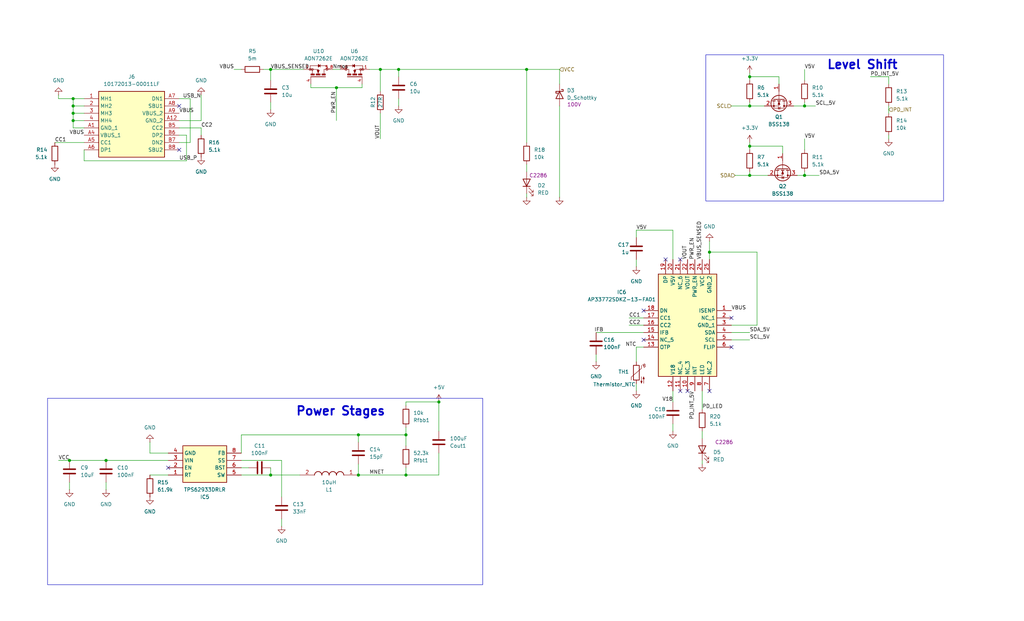
<source format=kicad_sch>
(kicad_sch (version 20250114) (generator "eeschema") (generator_version "9.0")
  (paper "USLegal")
  (title_block (title "RotoPD") (rev "V1.0") (company "CentyLab"))
  (lib_symbols
    (symbol "74439370100:74439370100" (pin_names (hide yes))
      (property "Reference" "L" (at 16.51 6.35 0))
      (property "Value" "74439370100" (at 16.51 3.81 0))
      (symbol "74439370100_1_1"
        (arc (start 5.08 0) (mid 6.35 1.219) (end 7.62 0) (stroke (width 0.254)))
        (arc (start 7.62 0) (mid 8.89 1.219) (end 10.16 0) (stroke (width 0.254)))
        (arc (start 10.16 0) (mid 11.43 1.219) (end 12.7 0) (stroke (width 0.254)))
        (arc (start 12.7 0) (mid 13.97 1.219) (end 15.24 0) (stroke (width 0.254)))
        (pin passive line (at 0 0 0) (length 5.08) (name "1") (number "1"))
        (pin passive line (at 20.32 0 180) (length 5.08) (name "2") (number "2"))
      )
    )
    (symbol "AP33772SDKZ-13-FA01:AP33772SDKZ-13-FA01"
      (property "Reference" "IC" (at 26.67 17.78 0))
      (property "Value" "AP33772SDKZ-13-FA01" (at 26.67 15.24 0))
      (symbol "AP33772SDKZ-13-FA01_1_1"
        (rectangle (start 5.08 12.7) (end 25.4 -22.86) (stroke (width 0.254)) (fill (type background)))
        (pin passive line (at 0 0 0) (length 5.08) (name "ISENP") (number "1"))
        (pin passive line (at 0 -2.54 0) (length 5.08) (name "NC_1") (number "2"))
        (pin passive line (at 0 -5.08 0) (length 5.08) (name "GND_1") (number "3"))
        (pin passive line (at 0 -7.62 0) (length 5.08) (name "SDA") (number "4"))
        (pin passive line (at 0 -10.16 0) (length 5.08) (name "SCL") (number "5"))
        (pin passive line (at 0 -12.7 0) (length 5.08) (name "FLIP") (number "6"))
        (pin passive line (at 7.62 17.78 270) (length 5.08) (name "GND_2") (number "25"))
        (pin passive line (at 7.62 -27.94 90) (length 5.08) (name "NC_2") (number "7"))
        (pin passive line (at 10.16 17.78 270) (length 5.08) (name "VCC") (number "24"))
        (pin passive line (at 10.16 -27.94 90) (length 5.08) (name "LED") (number "8"))
        (pin passive line (at 12.7 17.78 270) (length 5.08) (name "PWR_EN") (number "23"))
        (pin passive line (at 12.7 -27.94 90) (length 5.08) (name "INT") (number "9"))
        (pin passive line (at 15.24 17.78 270) (length 5.08) (name "VOUT") (number "22"))
        (pin passive line (at 15.24 -27.94 90) (length 5.08) (name "NC_3") (number "10"))
        (pin passive line (at 17.78 17.78 270) (length 5.08) (name "NC_6") (number "21"))
        (pin passive line (at 17.78 -27.94 90) (length 5.08) (name "NC_4") (number "11"))
        (pin passive line (at 20.32 17.78 270) (length 5.08) (name "V5V") (number "20"))
        (pin passive line (at 20.32 -27.94 90) (length 5.08) (name "V18") (number "12"))
        (pin passive line (at 22.86 17.78 270) (length 5.08) (name "DP") (number "19"))
        (pin passive line (at 30.48 0 180) (length 5.08) (name "DN") (number "18"))
        (pin passive line (at 30.48 -2.54 180) (length 5.08) (name "CC1") (number "17"))
        (pin passive line (at 30.48 -5.08 180) (length 5.08) (name "CC2") (number "16"))
        (pin passive line (at 30.48 -7.62 180) (length 5.08) (name "IFB") (number "15"))
        (pin passive line (at 30.48 -10.16 180) (length 5.08) (name "NC_5") (number "14"))
        (pin passive line (at 30.48 -12.7 180) (length 5.08) (name "OTP") (number "13"))
      )
    )
    (symbol "Device:C" (pin_numbers (hide yes)) (pin_names (offset 0.254))
      (property "Reference" "C" (at 0.635 2.54 0))
      (property "Value" "C" (at 0.635 -2.54 0))
      (symbol "C_0_1"
        (polyline (pts (xy -2.032 0.762) (xy 2.032 0.762)) (stroke (width 0.508)))
        (polyline (pts (xy -2.032 -0.762) (xy 2.032 -0.762)) (stroke (width 0.508)))
      )
      (symbol "C_1_1"
        (pin passive line (at 0 3.81 270) (length 2.794) (name "~") (number "1"))
        (pin passive line (at 0 -3.81 90) (length 2.794) (name "~") (number "2"))
      )
    )
    (symbol "Device:D_Schottky" (pin_numbers (hide yes)) (pin_names (offset 1.016) (hide yes))
      (property "Reference" "D" (at 0 2.54 0))
      (property "Value" "D_Schottky" (at 0 -2.54 0))
      (symbol "D_Schottky_0_1"
        (polyline (pts (xy -1.905 0.635) (xy -1.905 1.27) (xy -1.27 1.27) (xy -1.27 -1.27) (xy -0.635 -1.27) (xy -0.635 -0.635)) (stroke (width 0.254)))
        (polyline (pts (xy 1.27 1.27) (xy 1.27 -1.27) (xy -1.27 0) (xy 1.27 1.27)) (stroke (width 0.254)))
        (polyline (pts (xy 1.27 0) (xy -1.27 0)))
      )
      (symbol "D_Schottky_1_1"
        (pin passive line (at -3.81 0 0) (length 2.54) (name "K") (number "1"))
        (pin passive line (at 3.81 0 180) (length 2.54) (name "A") (number "2"))
      )
    )
    (symbol "Device:LED" (pin_numbers (hide yes)) (pin_names (offset 1.016) (hide yes))
      (property "Reference" "D" (at 0 2.54 0))
      (property "Value" "LED" (at 0 -2.54 0))
      (symbol "LED_0_1"
        (polyline (pts (xy -3.048 -0.762) (xy -4.572 -2.286) (xy -3.81 -2.286) (xy -4.572 -2.286) (xy -4.572 -1.524)))
        (polyline (pts (xy -1.778 -0.762) (xy -3.302 -2.286) (xy -2.54 -2.286) (xy -3.302 -2.286) (xy -3.302 -1.524)))
        (polyline (pts (xy -1.27 0) (xy 1.27 0)))
        (polyline (pts (xy -1.27 -1.27) (xy -1.27 1.27)) (stroke (width 0.254)))
        (polyline (pts (xy 1.27 -1.27) (xy 1.27 1.27) (xy -1.27 0) (xy 1.27 -1.27)) (stroke (width 0.254)))
      )
      (symbol "LED_1_1"
        (pin passive line (at -3.81 0 0) (length 2.54) (name "K") (number "1"))
        (pin passive line (at 3.81 0 180) (length 2.54) (name "A") (number "2"))
      )
    )
    (symbol "Device:R" (pin_numbers (hide yes)) (pin_names (offset 0))
      (property "Reference" "R" (at 2.032 0 90))
      (property "Value" "R" (at 0 0 90))
      (symbol "R_0_1"
        (rectangle (start -1.016 -2.54) (end 1.016 2.54) (stroke (width 0.254)))
      )
      (symbol "R_1_1"
        (pin passive line (at 0 3.81 270) (length 1.27) (name "~") (number "1"))
        (pin passive line (at 0 -3.81 90) (length 1.27) (name "~") (number "2"))
      )
    )
    (symbol "Device:Thermistor_NTC" (pin_numbers (hide yes)) (pin_names (offset 0))
      (property "Reference" "TH" (at -4.445 0 90))
      (property "Value" "Thermistor_NTC" (at 3.175 0 90))
      (symbol "Thermistor_NTC_0_1"
        (arc (start -3.175 2.413) (mid -3.0506 2.3165) (end -3.048 2.159))
        (arc (start -3.048 2.794) (mid -2.9736 2.9736) (end -2.794 3.048))
        (arc (start -2.794 3.048) (mid -2.6144 2.9736) (end -2.54 2.794))
        (arc (start -2.794 2.54) (mid -2.9736 2.6144) (end -3.048 2.794))
        (arc (start -2.794 1.905) (mid -2.9736 1.9794) (end -3.048 2.159))
        (arc (start -2.54 2.159) (mid -2.6144 1.9794) (end -2.794 1.905))
        (arc (start -2.159 2.794) (mid -2.434 2.5608) (end -2.794 2.54))
        (polyline (pts (xy -2.54 2.159) (xy -2.54 2.794)))
        (polyline (pts (xy -2.54 -3.683) (xy -2.54 -1.397) (xy -2.794 -2.159) (xy -2.286 -2.159) (xy -2.54 -1.397) (xy -2.54 -1.651)) (fill (type outline)))
        (polyline (pts (xy -1.778 2.54) (xy -1.778 1.524) (xy 1.778 -1.524) (xy 1.778 -2.54)))
        (polyline (pts (xy -1.778 -1.397) (xy -1.778 -3.683) (xy -2.032 -2.921) (xy -1.524 -2.921) (xy -1.778 -3.683) (xy -1.778 -3.429)) (fill (type outline)))
        (rectangle (start -1.016 2.54) (end 1.016 -2.54) (stroke (width 0.254)))
      )
      (symbol "Thermistor_NTC_1_1"
        (pin passive line (at 0 3.81 270) (length 1.27) (name "~") (number "1"))
        (pin passive line (at 0 -3.81 90) (length 1.27) (name "~") (number "2"))
      )
    )
    (symbol "ESD122DMYR:ESD122DMYR"
      (property "Reference" "D" (at 26.67 7.62 0))
      (property "Value" "ESD122DMYR" (at 26.67 5.08 0))
      (symbol "ESD122DMYR_1_1"
        (rectangle (start 5.08 2.54) (end 25.4 -5.08) (stroke (width 0.254)) (fill (type background)))
        (pin power_in line (at 0 0 0) (length 5.08) (name "GROUND") (number "1"))
        (pin input line (at 30.48 0 180) (length 5.08) (name "IO2") (number "3"))
        (pin input line (at 30.48 -2.54 180) (length 5.08) (name "IO1") (number "2"))
      )
    )
    (symbol "Power_Protection:TPD1E05U06DPY" (pin_names (offset 0) (hide yes))
      (property "Reference" "U" (at -2.54 3.175 0))
      (property "Value" "TPD1E05U06DPY" (at 1.27 3.175 0))
      (symbol "TPD1E05U06DPY_0_1"
        (rectangle (start -3.048 1.905) (end 3.048 -3.048) (stroke (width 0.254)) (fill (type background)))
        (polyline (pts (xy -2.54 -2.032) (xy -2.54 0)))
        (polyline (pts (xy -1.905 -2.032) (xy -0.635 -1.397) (xy -0.635 -2.667) (xy -1.905 -2.032)))
        (polyline (pts (xy -1.905 -2.667) (xy -1.905 -1.397)))
        (polyline (pts (xy -1.016 0) (xy -2.54 0)))
        (polyline (pts (xy -0.762 0.762) (xy -0.762 0.762)))
        (polyline (pts (xy -0.762 0) (xy 0.508 0.635) (xy 0.508 -0.635) (xy -0.762 0)))
        (polyline (pts (xy -0.762 -0.762) (xy -0.762 0.762)))
        (polyline (pts (xy -0.635 -2.032) (xy -2.54 -2.032)))
        (polyline (pts (xy -0.635 -2.032) (xy 0.635 -2.032)))
        (polyline (pts (xy -0.381 0.762) (xy -0.762 0.762)))
        (circle (center 0 -2.032) (radius 0.2032) (fill (type outline)))
        (polyline (pts (xy 0 -2.54) (xy 0 -2.032)))
        (polyline (pts (xy 0.762 -2.032) (xy 2.032 -1.397) (xy 2.032 -2.667) (xy 0.762 -2.032)))
        (polyline (pts (xy 0.762 -2.667) (xy 0.762 -1.397)))
        (polyline (pts (xy 0.889 0) (xy -1.016 0)))
        (polyline (pts (xy 0.889 0) (xy -1.016 0)))
        (polyline (pts (xy 0.889 0) (xy 2.54 0)))
        (circle (center 2.54 0) (radius 0.2032) (fill (type outline)))
        (polyline (pts (xy 2.54 -2.032) (xy 0.635 -2.032)))
        (polyline (pts (xy 2.54 -2.032) (xy 0.635 -2.032)))
        (polyline (pts (xy 2.54 -2.032) (xy 2.54 0)))
      )
      (symbol "TPD1E05U06DPY_1_1"
        (pin passive line (at 0 -5.08 90) (length 2.54) (name "I/O") (number "1"))
        (pin power_in line (at 5.08 0 180) (length 2.54) (name "GND") (number "2"))
      )
    )
    (symbol "Power_Protection:TVS2200DRV" (pin_names (offset 0) (hide yes))
      (property "Reference" "U" (at 2.54 1.27 0))
      (property "Value" "TVS2200DRV" (at 2.54 -1.27 0))
      (symbol "TVS2200DRV_0_0"
        (rectangle (start -11.43 2.54) (end -5.08 -2.54))
        (polyline (pts (xy -8.255 2.54) (xy -8.255 3.81) (xy 0 3.81)))
        (polyline (pts (xy -8.255 -2.54) (xy -8.255 -3.81) (xy 0 -3.81)))
        (polyline (pts (xy 0 1.27) (xy -1.778 1.27)))
        (text "Det &" (at -8.255 0.635 0) (effects (font (size 1.27 1.27))))
        (text "Drv" (at -8.255 -1.27 0) (effects (font (size 1.27 1.27))))
      )
      (symbol "TVS2200DRV_0_1"
        (rectangle (start -12.065 5.08) (end 2.54 -5.08) (stroke (width 0.254)) (fill (type background)))
        (polyline (pts (xy -2.286 1.397) (xy -2.286 -1.524)) (stroke (width 0.254)))
        (polyline (pts (xy -2.286 0) (xy -5.08 0)))
        (polyline (pts (xy -1.778 1.778) (xy -1.778 -1.778)) (stroke (width 0.254)))
        (circle (center -0.889 0) (radius 2.794) (stroke (width 0.254)))
        (polyline (pts (xy -0.127 -1.27) (xy -1.143 -1.651) (xy -1.143 -0.889) (xy -0.127 -1.27)) (fill (type outline)))
        (polyline (pts (xy 0 5.08) (xy 0 2.54)))
        (polyline (pts (xy 0 2.54) (xy 0 1.27)))
        (polyline (pts (xy 0 -2.54) (xy 0 -5.08)))
        (polyline (pts (xy 0 -2.54) (xy 0 -1.27) (xy -1.778 -1.27)))
      )
      (symbol "TVS2200DRV_1_1"
        (pin passive line (at 0 7.62 270) (length 2.54) (name "IN") (number "4"))
        (pin passive line (at 0 7.62 270) (length 2.54) (hide yes) (name "IN") (number "5"))
        (pin passive line (at 0 7.62 270) (length 2.54) (hide yes) (name "IN") (number "6"))
        (pin power_in line (at 0 -7.62 90) (length 2.54) (name "GND") (number "1"))
        (pin passive line (at 0 -7.62 90) (length 2.54) (hide yes) (name "GND") (number "2"))
        (pin passive line (at 0 -7.62 90) (length 2.54) (hide yes) (name "GND") (number "3"))
        (pin passive line (at 0 -7.62 90) (length 2.54) (hide yes) (name "GND") (number "7"))
      )
    )
    (symbol "TPS62933DRLR:TPS62933DRLR"
      (property "Reference" "IC" (at 21.59 7.62 0))
      (property "Value" "TPS62933DRLR" (at 21.59 5.08 0))
      (symbol "TPS62933DRLR_1_1"
        (rectangle (start 5.08 2.54) (end 20.32 -10.16) (stroke (width 0.254)) (fill (type background)))
        (pin passive line (at 0 0 0) (length 5.08) (name "RT") (number "1"))
        (pin passive line (at 0 -2.54 0) (length 5.08) (name "EN") (number "2"))
        (pin passive line (at 0 -5.08 0) (length 5.08) (name "VIN") (number "3"))
        (pin passive line (at 0 -7.62 0) (length 5.08) (name "GND") (number "4"))
        (pin passive line (at 25.4 0 180) (length 5.08) (name "SW") (number "5"))
        (pin passive line (at 25.4 -2.54 180) (length 5.08) (name "BST") (number "6"))
        (pin passive line (at 25.4 -5.08 180) (length 5.08) (name "SS") (number "7"))
        (pin passive line (at 25.4 -7.62 180) (length 5.08) (name "FB") (number "8"))
      )
    )
    (symbol "Transistor_FET:BSS138" (pin_names (hide yes))
      (property "Reference" "Q" (at 5.08 1.905 0))
      (property "Value" "BSS138" (at 5.08 0 0))
      (symbol "BSS138_0_1"
        (polyline (pts (xy 0.254 1.905) (xy 0.254 -1.905)) (stroke (width 0.254)))
        (polyline (pts (xy 0.254 0) (xy -2.54 0)))
        (polyline (pts (xy 0.762 2.286) (xy 0.762 1.27)) (stroke (width 0.254)))
        (polyline (pts (xy 0.762 0.508) (xy 0.762 -0.508)) (stroke (width 0.254)))
        (polyline (pts (xy 0.762 -1.27) (xy 0.762 -2.286)) (stroke (width 0.254)))
        (polyline (pts (xy 0.762 -1.778) (xy 3.302 -1.778) (xy 3.302 1.778) (xy 0.762 1.778)))
        (polyline (pts (xy 1.016 0) (xy 2.032 0.381) (xy 2.032 -0.381) (xy 1.016 0)) (fill (type outline)))
        (circle (center 1.651 0) (radius 2.794) (stroke (width 0.254)))
        (polyline (pts (xy 2.54 2.54) (xy 2.54 1.778)))
        (circle (center 2.54 1.778) (radius 0.254) (fill (type outline)))
        (circle (center 2.54 -1.778) (radius 0.254) (fill (type outline)))
        (polyline (pts (xy 2.54 -2.54) (xy 2.54 0) (xy 0.762 0)))
        (polyline (pts (xy 2.794 0.508) (xy 2.921 0.381) (xy 3.683 0.381) (xy 3.81 0.254)))
        (polyline (pts (xy 3.302 0.381) (xy 2.921 -0.254) (xy 3.683 -0.254) (xy 3.302 0.381)))
      )
      (symbol "BSS138_1_1"
        (pin input line (at -5.08 0 0) (length 2.54) (name "G") (number "1"))
        (pin passive line (at 2.54 5.08 270) (length 2.54) (name "D") (number "3"))
        (pin passive line (at 2.54 -5.08 90) (length 2.54) (name "S") (number "2"))
      )
    )
    (symbol "Transistor_MOSFET:AON7262E"
      (property "Reference" "U" (at -3.048 4.572 0))
      (property "Value" "AON7262E" (at -1.016 -6.858 0))
      (symbol "AON7262E_0_0"
        (polyline (pts (xy -2.54 2.54) (xy -2.54 -2.54)) (stroke (width 0.254)))
        (rectangle (start -2.032 2.54) (end -1.524 1.27) (stroke (width 0.1)) (fill (type outline)))
        (rectangle (start -2.032 -0.762) (end -1.524 0.762) (stroke (width 0.1)) (fill (type outline)))
        (rectangle (start -2.032 -2.54) (end -1.524 -1.27) (stroke (width 0.1)) (fill (type outline)))
        (polyline (pts (xy -1.524 2.032) (xy 0 2.032)) (stroke (width 0.1524)))
        (polyline (pts (xy -1.524 0) (xy -1.27 0)) (stroke (width 0.1524)))
        (polyline (pts (xy -1.524 -2.032) (xy 0 -2.032)) (stroke (width 0.1524)))
        (polyline (pts (xy -1.27 0) (xy -1.016 0)) (stroke (width 0.1524)))
        (polyline (pts (xy -1.27 0) (xy -0.254 0.381)) (stroke (width 0.1524)))
        (polyline (pts (xy -1.016 0) (xy -0.889 0)) (stroke (width 0.1524)))
        (polyline (pts (xy -1.016 0) (xy -0.381 -0.254)) (stroke (width 0.254)))
        (polyline (pts (xy -0.889 0) (xy 0 0)) (stroke (width 0.1524)))
        (polyline (pts (xy -0.381 0.254) (xy -0.889 0)) (stroke (width 0.254)))
        (polyline (pts (xy -0.381 -0.254) (xy -0.381 0.254)) (stroke (width 0.254)))
        (polyline (pts (xy -0.254 0.381) (xy -0.254 -0.381)) (stroke (width 0.1524)))
        (polyline (pts (xy -0.254 -0.381) (xy -1.27 0)) (stroke (width 0.1524)))
        (circle (center 0 3.048) (radius 0.3592))
        (polyline (pts (xy 0 3.048) (xy 1.27 3.048)) (stroke (width 0.1524)))
        (polyline (pts (xy 0 2.032) (xy 0 2.54)) (stroke (width 0.1524)))
        (polyline (pts (xy 0 0) (xy 0 -2.032)) (stroke (width 0.1524)))
        (polyline (pts (xy 0 -2.032) (xy 0 -2.794)) (stroke (width 0.1524)))
        (circle (center 0 -2.032) (radius 0.3592))
        (circle (center 0 -2.794) (radius 0.3592))
        (polyline (pts (xy 0.762 0) (xy 1.27 0.762)) (stroke (width 0.1524)))
        (polyline (pts (xy 1.016 0.127) (xy 1.524 0.127)) (stroke (width 0.254)))
        (polyline (pts (xy 1.27 3.048) (xy 1.27 0.762)) (stroke (width 0.1524)))
        (polyline (pts (xy 1.27 0.762) (xy 1.27 0.508)) (stroke (width 0.1524)))
        (polyline (pts (xy 1.27 0.762) (xy 1.778 0)) (stroke (width 0.1524)))
        (polyline (pts (xy 1.27 0.508) (xy 1.016 0.127)) (stroke (width 0.254)))
        (polyline (pts (xy 1.27 0.508) (xy 1.27 -2.794)) (stroke (width 0.1524)))
        (polyline (pts (xy 1.27 -2.794) (xy 0 -2.794)) (stroke (width 0.1524)))
        (polyline (pts (xy 1.524 0.127) (xy 1.27 0.508)) (stroke (width 0.254)))
        (polyline (pts (xy 1.778 0.762) (xy 0.762 0.762)) (stroke (width 0.1524)))
        (polyline (pts (xy 1.778 0) (xy 0.762 0)) (stroke (width 0.1524)))
      )
      (symbol "AON7262E_1_0"
        (pin passive line (at -5.08 -2.54 0) (length 2.54) (name "~") (number "4"))
        (pin passive line (at 0 5.08 270) (length 2.54) (name "~") (number "5_8"))
        (pin passive line (at 0 -5.08 90) (length 2.54) (name "~") (number "1"))
        (pin passive line (at 0 -5.08 90) (length 2.54) (hide yes) (name "~") (number "2"))
        (pin passive line (at 0 -5.08 90) (length 2.54) (hide yes) (name "~") (number "3"))
      )
    )
    (symbol "USB_C_16P:10172013-00011LF"
      (property "Reference" "J" (at 29.21 7.62 0))
      (property "Value" "10172013-00011LF" (at 29.21 5.08 0))
      (symbol "10172013-00011LF_1_1"
        (rectangle (start 5.08 2.54) (end 27.94 -20.32) (stroke (width 0.254)) (fill (type background)))
        (pin passive line (at 0 0 0) (length 5.08) (name "MH1") (number "1"))
        (pin passive line (at 0 -2.54 0) (length 5.08) (name "MH2") (number "2"))
        (pin passive line (at 0 -5.08 0) (length 5.08) (name "MH3") (number "3"))
        (pin passive line (at 0 -7.62 0) (length 5.08) (name "MH4") (number "4"))
        (pin passive line (at 0 -10.16 0) (length 5.08) (name "GND_1") (number "A1"))
        (pin passive line (at 0 -12.7 0) (length 5.08) (name "VBUS_1") (number "A4"))
        (pin passive line (at 0 -15.24 0) (length 5.08) (name "CC1") (number "A5"))
        (pin passive line (at 0 -17.78 0) (length 5.08) (name "DP1") (number "A6"))
        (pin passive line (at 33.02 0 180) (length 5.08) (name "DN1") (number "A7"))
        (pin passive line (at 33.02 -2.54 180) (length 5.08) (name "SBU1") (number "A8"))
        (pin passive line (at 33.02 -5.08 180) (length 5.08) (name "VBUS_2") (number "A9"))
        (pin passive line (at 33.02 -7.62 180) (length 5.08) (name "GND_2") (number "A12"))
        (pin passive line (at 33.02 -10.16 180) (length 5.08) (name "CC2") (number "B5"))
        (pin passive line (at 33.02 -12.7 180) (length 5.08) (name "DP2") (number "B6"))
        (pin passive line (at 33.02 -15.24 180) (length 5.08) (name "DN2") (number "B7"))
        (pin passive line (at 33.02 -17.78 180) (length 5.08) (name "SBU2") (number "B8"))
      )
    )
    (symbol "power:+3.3V" (power) (pin_numbers (hide yes)) (pin_names (offset 0) (hide yes))
      (property "Value" "+3.3V" (at 0 3.556 0))
      (symbol "+3.3V_0_1"
        (polyline (pts (xy -0.762 1.27) (xy 0 2.54)))
        (polyline (pts (xy 0 2.54) (xy 0.762 1.27)))
        (polyline (pts (xy 0 0) (xy 0 2.54)))
      )
      (symbol "+3.3V_1_1"
        (pin power_in line (at 0 0 90) (length 0) (name "~") (number "1"))
      )
    )
    (symbol "power:+5V" (power) (pin_numbers (hide yes)) (pin_names (offset 0) (hide yes))
      (property "Value" "+5V" (at 0 3.556 0))
      (symbol "+5V_0_1"
        (polyline (pts (xy -0.762 1.27) (xy 0 2.54)))
        (polyline (pts (xy 0 2.54) (xy 0.762 1.27)))
        (polyline (pts (xy 0 0) (xy 0 2.54)))
      )
      (symbol "+5V_1_1"
        (pin power_in line (at 0 0 90) (length 0) (name "~") (number "1"))
      )
    )
    (symbol "power:GND" (power) (pin_numbers (hide yes)) (pin_names (offset 0) (hide yes))
      (property "Value" "GND" (at 0 -3.81 0))
      (symbol "GND_0_1"
        (polyline (pts (xy 0 0) (xy 0 -1.27) (xy 1.27 -1.27) (xy 0 -2.54) (xy -1.27 -1.27) (xy 0 -1.27)))
      )
      (symbol "GND_1_1"
        (pin power_in line (at 0 0 270) (length 0) (name "~") (number "1"))
      )
    )
  )
  (rectangle (start 16.51 138.43) (end 167.64 203.2))
  (rectangle (start 245.11 19.05) (end 327.66 69.85))
  (text "Power Stages" (at 102.616 144.78 0) (effects (font (size 3 3) (thickness 0.6) (bold yes)) (justify left bottom)))
  (text "Level Shift" (at 287.02 24.384 0) (effects (font (size 3 3) (thickness 0.6) (bold yes)) (justify left bottom)))
  (junction (at 132.08 24.13))
  (junction (at 25.4 39.37))
  (junction (at 124.46 165.1))
  (junction (at 116.84 30.48))
  (junction (at 25.4 34.29))
  (junction (at 140.97 165.1))
  (junction (at 182.88 24.13))
  (junction (at 260.35 50.8))
  (junction (at 279.4 60.96))
  (junction (at 25.4 41.91))
  (junction (at 25.4 36.83))
  (junction (at 260.35 26.67))
  (junction (at 260.35 36.83))
  (junction (at 124.46 151.13))
  (junction (at 138.43 24.13))
  (junction (at 140.97 151.13))
  (junction (at 246.38 87.63))
  (junction (at 260.35 60.96))
  (junction (at 93.98 165.1))
  (junction (at 24.13 160.02))
  (junction (at 36.83 160.02))
  (junction (at 152.4 139.7))
  (junction (at 279.4 36.83))
  (junction (at 93.98 24.13))
  (no_connect (at 254 110.49))
  (no_connect (at 62.23 52.07))
  (no_connect (at 62.23 36.83))
  (no_connect (at 254 120.65))
  (no_connect (at 246.38 135.89))
  (no_connect (at 223.52 107.95))
  (no_connect (at 236.22 90.17))
  (no_connect (at 58.42 162.56))
  (no_connect (at 223.52 118.11))
  (no_connect (at 231.14 90.17))
  (no_connect (at 238.76 135.89))
  (no_connect (at 236.22 135.89))
  (wire (pts (xy 83.82 151.13) (xy 83.82 157.48)))
  (wire (pts (xy 24.13 160.02) (xy 36.83 160.02)))
  (wire (pts (xy 69.85 41.91) (xy 69.85 33.02)))
  (wire (pts (xy 260.35 26.67) (xy 260.35 27.94)))
  (wire (pts (xy 29.21 44.45) (xy 25.4 44.45)))
  (wire (pts (xy 66.04 49.53) (xy 66.04 34.29)))
  (wire (pts (xy 69.85 44.45) (xy 69.85 46.99)))
  (wire (pts (xy 308.61 29.21) (xy 308.61 26.67)))
  (wire (pts (xy 308.61 36.83) (xy 308.61 39.37)))
  (wire (pts (xy 20.32 34.29) (xy 25.4 34.29)))
  (wire (pts (xy 128.27 24.13) (xy 132.08 24.13)))
  (wire (pts (xy 275.59 36.83) (xy 279.4 36.83)))
  (wire (pts (xy 255.27 60.96) (xy 260.35 60.96)))
  (wire (pts (xy 93.98 24.13) (xy 105.41 24.13)))
  (wire (pts (xy 276.86 60.96) (xy 279.4 60.96)))
  (wire (pts (xy 302.26 26.67) (xy 308.61 26.67)))
  (wire (pts (xy 83.82 160.02) (xy 97.79 160.02)))
  (wire (pts (xy 279.4 48.26) (xy 279.4 52.07)))
  (wire (pts (xy 140.97 148.59) (xy 140.97 151.13)))
  (wire (pts (xy 25.4 41.91) (xy 25.4 39.37)))
  (wire (pts (xy 233.68 147.32) (xy 233.68 149.86)))
  (wire (pts (xy 64.77 55.88) (xy 64.77 46.99)))
  (wire (pts (xy 25.4 34.29) (xy 29.21 34.29)))
  (wire (pts (xy 260.35 59.69) (xy 260.35 60.96)))
  (wire (pts (xy 29.21 52.07) (xy 29.21 55.88)))
  (wire (pts (xy 93.98 27.94) (xy 93.98 24.13)))
  (wire (pts (xy 25.4 36.83) (xy 25.4 34.29)))
  (wire (pts (xy 152.4 139.7) (xy 152.4 149.86)))
  (wire (pts (xy 124.46 151.13) (xy 140.97 151.13)))
  (wire (pts (xy 58.42 157.48) (xy 52.07 157.48)))
  (wire (pts (xy 243.84 135.89) (xy 243.84 142.24)))
  (wire (pts (xy 62.23 44.45) (xy 69.85 44.45)))
  (wire (pts (xy 243.84 160.02) (xy 243.84 161.29)))
  (wire (pts (xy 260.35 36.83) (xy 265.43 36.83)))
  (wire (pts (xy 124.46 165.1) (xy 140.97 165.1)))
  (wire (pts (xy 124.46 153.67) (xy 124.46 151.13)))
  (wire (pts (xy 64.77 46.99) (xy 62.23 46.99)))
  (wire (pts (xy 279.4 60.96) (xy 284.48 60.96)))
  (wire (pts (xy 62.23 49.53) (xy 66.04 49.53)))
  (wire (pts (xy 20.32 33.02) (xy 20.32 34.29)))
  (wire (pts (xy 246.38 83.82) (xy 246.38 87.63)))
  (wire (pts (xy 243.84 149.86) (xy 243.84 152.4)))
  (wire (pts (xy 25.4 39.37) (xy 29.21 39.37)))
  (wire (pts (xy 262.89 87.63) (xy 246.38 87.63)))
  (wire (pts (xy 220.98 133.35) (xy 220.98 135.89)))
  (wire (pts (xy 308.61 46.99) (xy 308.61 48.26)))
  (wire (pts (xy 93.98 162.56) (xy 93.98 165.1)))
  (wire (pts (xy 25.4 44.45) (xy 25.4 41.91)))
  (wire (pts (xy 254 113.03) (xy 262.89 113.03)))
  (wire (pts (xy 260.35 50.8) (xy 260.35 52.07)))
  (wire (pts (xy 233.68 135.89) (xy 233.68 139.7)))
  (wire (pts (xy 194.31 36.83) (xy 194.31 68.58)))
  (wire (pts (xy 279.4 24.13) (xy 279.4 27.94)))
  (wire (pts (xy 233.68 80.01) (xy 220.98 80.01)))
  (wire (pts (xy 24.13 170.18) (xy 24.13 167.64)))
  (wire (pts (xy 260.35 60.96) (xy 266.7 60.96)))
  (wire (pts (xy 19.05 49.53) (xy 29.21 49.53)))
  (wire (pts (xy 138.43 24.13) (xy 182.88 24.13)))
  (wire (pts (xy 220.98 120.65) (xy 220.98 125.73)))
  (wire (pts (xy 182.88 67.31) (xy 182.88 68.58)))
  (wire (pts (xy 132.08 24.13) (xy 138.43 24.13)))
  (wire (pts (xy 182.88 24.13) (xy 182.88 49.53)))
  (wire (pts (xy 138.43 26.67) (xy 138.43 24.13)))
  (wire (pts (xy 115.57 24.13) (xy 118.11 24.13)))
  (wire (pts (xy 36.83 160.02) (xy 58.42 160.02)))
  (wire (pts (xy 279.4 36.83) (xy 279.4 35.56)))
  (wire (pts (xy 260.35 36.83) (xy 260.35 35.56)))
  (wire (pts (xy 207.01 123.19) (xy 207.01 125.73)))
  (wire (pts (xy 124.46 165.1) (xy 124.46 161.29)))
  (wire (pts (xy 254 36.83) (xy 260.35 36.83)))
  (wire (pts (xy 220.98 82.55) (xy 220.98 80.01)))
  (wire (pts (xy 93.98 165.1) (xy 104.14 165.1)))
  (wire (pts (xy 116.84 30.48) (xy 116.84 41.91)))
  (wire (pts (xy 233.68 90.17) (xy 233.68 80.01)))
  (wire (pts (xy 254 118.11) (xy 260.35 118.11)))
  (wire (pts (xy 25.4 39.37) (xy 25.4 36.83)))
  (wire (pts (xy 260.35 25.4) (xy 260.35 26.67)))
  (wire (pts (xy 140.97 162.56) (xy 140.97 165.1)))
  (wire (pts (xy 62.23 34.29) (xy 66.04 34.29)))
  (wire (pts (xy 260.35 49.53) (xy 260.35 50.8)))
  (wire (pts (xy 62.23 41.91) (xy 69.85 41.91)))
  (wire (pts (xy 29.21 55.88) (xy 64.77 55.88)))
  (wire (pts (xy 254 115.57) (xy 260.35 115.57)))
  (wire (pts (xy 116.84 30.48) (xy 125.73 30.48)))
  (wire (pts (xy 52.07 157.48) (xy 52.07 153.67)))
  (wire (pts (xy 97.79 160.02) (xy 97.79 172.72)))
  (wire (pts (xy 107.95 30.48) (xy 116.84 30.48)))
  (wire (pts (xy 140.97 151.13) (xy 140.97 154.94)))
  (wire (pts (xy 220.98 90.17) (xy 220.98 92.71)))
  (wire (pts (xy 279.4 59.69) (xy 279.4 60.96)))
  (wire (pts (xy 270.51 26.67) (xy 270.51 29.21)))
  (wire (pts (xy 91.44 24.13) (xy 93.98 24.13)))
  (wire (pts (xy 20.32 160.02) (xy 24.13 160.02)))
  (wire (pts (xy 107.95 30.48) (xy 107.95 29.21)))
  (wire (pts (xy 152.4 165.1) (xy 152.4 157.48)))
  (wire (pts (xy 132.08 39.37) (xy 132.08 48.26)))
  (wire (pts (xy 83.82 162.56) (xy 86.36 162.56)))
  (wire (pts (xy 271.78 50.8) (xy 271.78 53.34)))
  (wire (pts (xy 93.98 35.56) (xy 93.98 38.1)))
  (wire (pts (xy 223.52 120.65) (xy 220.98 120.65)))
  (wire (pts (xy 279.4 36.83) (xy 283.21 36.83)))
  (wire (pts (xy 52.07 165.1) (xy 58.42 165.1)))
  (wire (pts (xy 260.35 50.8) (xy 271.78 50.8)))
  (wire (pts (xy 207.01 115.57) (xy 223.52 115.57)))
  (wire (pts (xy 152.4 139.7) (xy 140.97 139.7)))
  (wire (pts (xy 124.46 151.13) (xy 83.82 151.13)))
  (wire (pts (xy 97.79 182.88) (xy 97.79 180.34)))
  (wire (pts (xy 218.44 113.03) (xy 223.52 113.03)))
  (wire (pts (xy 140.97 165.1) (xy 152.4 165.1)))
  (wire (pts (xy 246.38 87.63) (xy 246.38 90.17)))
  (wire (pts (xy 132.08 24.13) (xy 132.08 31.75)))
  (wire (pts (xy 36.83 167.64) (xy 36.83 170.18)))
  (wire (pts (xy 194.31 24.13) (xy 194.31 29.21)))
  (wire (pts (xy 260.35 26.67) (xy 270.51 26.67)))
  (wire (pts (xy 81.28 24.13) (xy 83.82 24.13)))
  (wire (pts (xy 182.88 57.15) (xy 182.88 59.69)))
  (wire (pts (xy 218.44 110.49) (xy 223.52 110.49)))
  (wire (pts (xy 140.97 139.7) (xy 140.97 140.97)))
  (wire (pts (xy 182.88 24.13) (xy 194.31 24.13)))
  (wire (pts (xy 93.98 165.1) (xy 83.82 165.1)))
  (wire (pts (xy 25.4 41.91) (xy 29.21 41.91)))
  (wire (pts (xy 262.89 113.03) (xy 262.89 87.63)))
  (wire (pts (xy 25.4 36.83) (xy 29.21 36.83)))
  (wire (pts (xy 138.43 34.29) (xy 138.43 36.83)))
  (wire (pts (xy 125.73 30.48) (xy 125.73 29.21)))
  (label "NTC" (at 220.98 120.65 180))
  (label "CC1" (at 218.44 110.49 0))
  (label "USB_P" (at 62.23 55.88 0))
  (label "SDA_5V" (at 260.35 115.57 0))
  (label "VBUS_SENSED" (at 243.84 90.17 90))
  (label "VCC" (at 20.32 160.02 0))
  (label "VBUS" (at 81.28 24.13 180))
  (label "V5V" (at 279.4 24.13 0))
  (label "MNET" (at 128.27 165.1 0))
  (label "IFB" (at 209.55 115.57 180))
  (label "CC2" (at 218.44 113.03 0))
  (label "VBUS" (at -29.21 59.69 0))
  (label "VOUT" (at 132.08 48.26 90))
  (label "SCL_5V" (at 260.35 118.11 0))
  (label "PD_INT_5V" (at 302.26 26.67 0))
  (label "V5V" (at 279.4 48.26 0))
  (label "VBUS" (at 29.21 46.99 180))
  (label "PD_INT_5V" (at 241.3 135.89 270))
  (label "USB_N" (at -8.89 97.79 0))
  (label "USB_N" (at 63.5 34.29 0))
  (label "PD_LED" (at 243.84 142.24 0))
  (label "PWR_EN" (at 116.84 39.37 90))
  (label "CC2" (at 69.85 44.45 0))
  (label "VBUS" (at 62.23 39.37 0))
  (label "VBUS" (at 254 107.95 0))
  (label "CC1" (at 19.05 49.53 0))
  (label "PWR_EN" (at 241.3 90.17 90))
  (label "V18" (at 233.68 139.7 180))
  (label "SDA_5V" (at 284.48 60.96 0))
  (label "V5V" (at 220.98 80.01 0))
  (label "VBUS_SENSED" (at 93.98 24.13 0))
  (label "SCL_5V" (at 283.21 36.83 0))
  (label "VBUS" (at -60.96 60.96 0))
  (label "VOUT" (at 238.76 90.17 90))
  (label "USB_P" (at -8.89 95.25 0))
  (label "CC1" (at -55.88 95.25 0))
  (label "CC2" (at -55.88 110.49 0))
  (label "Nmos" (at 115.57 24.13 0))
  (hierarchical_label "SDA" (shape input) (at 255.27 60.96 180))
  (hierarchical_label "SCL" (shape input) (at 254 36.83 180))
  (hierarchical_label "PD_INT" (shape input) (at 308.61 38.1 0))
  (hierarchical_label "VCC" (shape input) (at 194.31 24.13 0))
  (symbol (lib_id "power:GND") (at 93.98 38.1 0) (unit 1)
    (property "Reference" "#PWR07" (effects (hide yes)))
    (property "Value" "GND" (at 93.98 43.18 0))
    (property "Description" "Power symbol creates a global label with name \"GND\" , ground" (effects (hide yes)))
  )
  (symbol (lib_id "Device:C") (at 233.68 143.51 0) (mirror y) (unit 1)
    (property "Reference" "C18" (at 231.14 142.24 0) (effects (justify left)))
    (property "Value" "100nF" (at 231.14 144.78 0) (effects (justify left)))
    (property "Footprint" "Capacitor_SMD:C_0402_1005Metric" (effects (hide yes)))
    (property "LCSC" "C1525" (effects (hide yes)))
  )
  (symbol (lib_id "Device:D_Schottky") (at 194.31 33.02 270) (unit 1)
    (property "Reference" "D3" (at 196.85 31.4324 90) (effects (justify left)))
    (property "Value" "D_Schottky" (at 196.85 33.9724 90) (effects (justify left)))
    (property "Footprint" "Diode_SMD:D_SMA" (effects (hide yes)))
    (property "Description" "Schottky diode" (effects (hide yes)))
    (property "LCSC" "C14996" (effects (hide yes)))
    (property "Voltage" "100V" (at 199.39 36.322 90))
  )
  (symbol (lib_id "Device:R") (at 52.07 168.91 180) (unit 1)
    (property "Reference" "R15" (at 54.61 167.6399 0) (effects (justify right)))
    (property "Value" "61.9k" (at 54.61 170.1799 0) (effects (justify right)))
    (property "Footprint" "Resistor_SMD:R_0603_1608Metric" (effects (hide yes)))
    (property "Description" "Resistor" (effects (hide yes)))
  )
  (symbol (lib_id "AP33772SDKZ-13-FA01:AP33772SDKZ-13-FA01") (at 254 107.95 0) (mirror y) (unit 1)
    (property "Reference" "IC6" (at 215.9 101.5298 0))
    (property "Value" "AP33772SDKZ-13-FA01" (at 215.9 104.0698 0))
    (property "Footprint" "AP33772SDKZ13FA01" (effects (hide yes)))
    (property "Datasheet" "https://www.diodes.com/datasheet/download/AP33772S.pdf" (effects (hide yes)))
    (property "Description" "USB, Type-C Controller PMIC W-QFN4040-24 (Type A1)" (effects (hide yes)))
    (property "Height" "0.8" (effects (hide yes)))
    (property "Mouser Part Number" "621-P33772SDKZ13FA01" (effects (hide yes)))
    (property "Mouser Price/Stock" "https://www.mouser.co.uk/ProductDetail/Diodes-Incorporated/AP33772SDKZ-13-FA01?qs=2wMNvWM5ZX4CLYQ4%252BLyimw%3D%3D" (effects (hide yes)))
    (property "Manufacturer_Name" "Diodes Incorporated" (effects (hide yes)))
    (property "Manufacturer_Part_Number" "AP33772SDKZ-13-FA01" (effects (hide yes)))
  )
  (symbol (lib_id "power:GND") (at 24.13 170.18 0) (unit 1)
    (property "Reference" "#PWR042" (effects (hide yes)))
    (property "Value" "GND" (at 24.13 175.26 0))
    (property "Description" "Power symbol creates a global label with name \"GND\" , ground" (effects (hide yes)))
  )
  (symbol (lib_id "TPS62933DRLR:TPS62933DRLR") (at 58.42 165.1 0) (mirror x) (unit 1)
    (property "Reference" "IC5" (at 71.12 172.72 0))
    (property "Value" "TPS62933DRLR" (at 71.12 170.18 0))
    (property "Footprint" "SOTFL50P160X60-8N" (effects (hide yes)))
    (property "Datasheet" "https://www.ti.com/lit/ds/symlink/tps62933.pdf?ts=1626073394234" (effects (hide yes)))
    (property "Description" "The TPS62933 is a high-efficiency, easy-to-use synchronous buck converter with a wide input voltage range of 3.8 V to 30 V" (effects (hide yes)))
    (property "Height" "0.6" (effects (hide yes)))
    (property "Mouser Part Number" "595-TPS62933DRLR" (effects (hide yes)))
    (property "Mouser Price/Stock" "https://www.mouser.co.uk/ProductDetail/Texas-Instruments/TPS62933DRLR?qs=Rp5uXu7WBW9fv47wfQVntQ%3D%3D" (effects (hide yes)))
    (property "Manufacturer_Name" "Texas Instruments" (effects (hide yes)))
    (property "Manufacturer_Part_Number" "TPS62933DRLR" (effects (hide yes)))
  )
  (symbol (lib_id "Transistor_MOSFET:AON7262E") (at 110.49 24.13 270) (mirror x) (unit 1)
    (property "Reference" "U10" (at 110.617 17.78 90))
    (property "Value" "AON7262E" (at 110.617 20.32 90))
    (property "Footprint" "Library:TRANS_AONR21307" (effects (hide yes)))
    (property "Datasheet" "https://www.lcsc.com/datasheet/lcsc_datasheet_1804172047_Alpha---Omega-Semicon-AON7262E_C176755.pdf" (effects (hide yes)))
    (property "Description" "NMOS 60V 6.2mΩ@10V" (effects (hide yes)))
  )
  (symbol (lib_id "Power_Protection:TVS2200DRV") (at -60.96 68.58 0) (unit 1)
    (property "Reference" "U6" (at -57.15 67.3099 0) (effects (justify left)))
    (property "Value" "TVS2200DRV" (at -57.15 69.8499 0) (effects (justify left)))
    (property "Footprint" "Package_SON:WSON-6-1EP_2x2mm_P0.65mm_EP1x1.6mm" (effects (hide yes)))
    (property "Datasheet" "http://www.ti.com/lit/ds/symlink/tvs2200.pdf" (effects (hide yes)))
    (property "Description" "Flat-Clamp Surge Protection Device. 22Vrwm, WSON-6" (effects (hide yes)))
  )
  (symbol (lib_id "power:+3.3V") (at 260.35 25.4 0) (unit 1)
    (property "Reference" "#PWR09" (effects (hide yes)))
    (property "Value" "+3.3V" (at 260.35 20.32 0))
    (property "Description" "Power symbol creates a global label with name \"+3.3V\"" (effects (hide yes)))
  )
  (symbol (lib_id "Power_Protection:TPD1E05U06DPY") (at -60.96 95.25 90) (unit 1)
    (property "Reference" "U7" (at -64.77 93.9799 90) (effects (justify left)))
    (property "Value" "TPD1E05U06DPY" (at -64.77 96.5199 90) (effects (justify left)))
    (property "Footprint" "Package_SON:Texas_DPY0002A_0.6x1mm_P0.65mm" (effects (hide yes)))
    (property "Datasheet" "https://www.ti.com/lit/ds/symlink/tpd1e05u06.pdf" (effects (hide yes)))
    (property "Description" "1-Channel ESD Protection for Super-Speed USB 3.0 Interface, X1SON-2" (effects (hide yes)))
  )
  (symbol (lib_id "Device:C") (at 138.43 30.48 0) (unit 1)
    (property "Reference" "C6" (at 142.24 29.2099 0) (effects (justify left)))
    (property "Value" "10u" (at 142.24 31.7499 0) (effects (justify left)))
    (property "Footprint" "Capacitor_SMD:C_1206_3216Metric" (effects (hide yes)))
    (property "Datasheet" "https://www.lcsc.com/datasheet/lcsc_datasheet_2005191033_Samwha-Capacitor-CS3216X5R106K500NRI_C513774.pdf" (effects (hide yes)))
    (property "Description" "Unpolarized capacitor" (effects (hide yes)))
    (property "LCSC" "C513774" (effects (hide yes)))
  )
  (symbol (lib_id "74439370100:74439370100") (at 124.46 165.1 0) (mirror y) (unit 1)
    (property "Reference" "L1" (at 114.3 170.18 0))
    (property "Value" "10uH" (at 114.3 167.64 0))
    (property "Footprint" "74439370100" (effects (hide yes)))
    (property "Datasheet" "https://componentsearchengine.com/Datasheets/1/74439370100.pdf" (effects (hide yes)))
    (property "Description" "Wurth WE-XHMI Series Type 1510 Shielded Wire-wound SMD Inductor 10 uH +/-20% Wire-Wound 11.5A Idc" (effects (hide yes)))
    (property "Height" "10" (effects (hide yes)))
    (property "Mouser Part Number" "710-74439370100" (effects (hide yes)))
    (property "Mouser Price/Stock" "https://www.mouser.co.uk/ProductDetail/Wurth-Elektronik/74439370100?qs=NSAOzM2zc%2FXt7gFLJ73AvA%3D%3D" (effects (hide yes)))
    (property "Manufacturer_Name" "Wurth Elektronik" (effects (hide yes)))
    (property "Manufacturer_Part_Number" "74439370100" (effects (hide yes)))
  )
  (symbol (lib_id "USB_C_16P:10172013-00011LF") (at 29.21 34.29 0) (unit 1)
    (property "Reference" "J6" (at 45.72 26.67 0))
    (property "Value" "10172013-00011LF" (at 45.72 29.21 0))
    (property "Footprint" "1017201300011LF" (effects (hide yes)))
    (property "Datasheet" "https://www.amphenol-cs.com/product/1017201300011lf.html" (effects (hide yes)))
    (property "Description" "USB-C (USB TYPE-C) USB 2.0 Receptacle Connector 24 (6+18 Dummy) Position Surface Mount, Right Angle" (effects (hide yes)))
    (property "Height" "3.41" (effects (hide yes)))
    (property "Manufacturer_Name" "Amphenol Communications Solutions" (effects (hide yes)))
    (property "Manufacturer_Part_Number" "10172013-00011LF" (effects (hide yes)))
  )
  (symbol (lib_id "Device:R") (at 19.05 53.34 0) (mirror y) (unit 1)
    (property "Reference" "R14" (at 16.51 52.0699 0) (effects (justify left)))
    (property "Value" "5.1k" (at 16.51 54.6099 0) (effects (justify left)))
    (property "Description" "Resistor" (effects (hide yes)))
  )
  (symbol (lib_id "Device:R") (at 243.84 146.05 0) (unit 1)
    (property "Reference" "R20" (at 246.38 144.7799 0) (effects (justify left)))
    (property "Value" "5.1k" (at 246.38 147.3199 0) (effects (justify left)))
    (property "Footprint" "Resistor_SMD:R_0402_1005Metric" (effects (hide yes)))
    (property "LCSC" "C25905" (effects (hide yes)))
  )
  (symbol (lib_id "Transistor_FET:BSS138") (at 271.78 58.42 270) (unit 1)
    (property "Reference" "Q2" (at 271.78 64.77 90))
    (property "Value" "BSS138" (at 271.78 67.31 90))
    (property "Footprint" "Package_TO_SOT_SMD:SOT-323_SC-70" (effects (hide yes)))
    (property "Datasheet" "https://www.onsemi.com/pub/Collateral/BSS138-D.PDF" (effects (hide yes)))
    (property "Description" "50V Vds, 0.22A Id, N-Channel MOSFET, SOT-23" (effects (hide yes)))
    (property "JLCPCB Rotation Offset" "180" (effects (hide yes)))
  )
  (symbol (lib_id "Device:R") (at 279.4 31.75 0) (unit 1)
    (property "Reference" "R10" (at 281.94 30.4799 0) (effects (justify left)))
    (property "Value" "5.1k" (at 281.94 33.0199 0) (effects (justify left)))
    (property "Footprint" "Resistor_SMD:R_0402_1005Metric" (effects (hide yes)))
    (property "LCSC" "C25905" (effects (hide yes)))
  )
  (symbol (lib_id "Device:R") (at 132.08 35.56 180) (unit 1)
    (property "Reference" "R12" (at 129.54 35.56 90))
    (property "Value" "27R" (at 132.08 35.56 90))
    (property "Footprint" "Resistor_SMD:R_0402_1005Metric" (effects (hide yes)))
    (property "LCSC" "C138021" (effects (hide yes)))
  )
  (symbol (lib_id "Device:LED") (at 243.84 156.21 90) (unit 1)
    (property "Reference" "D5" (at 247.65 157.1625 90) (effects (justify right)))
    (property "Value" "RED" (at 247.65 159.7025 90) (effects (justify right)))
    (property "Footprint" "LED_SMD:LED_0603_1608Metric" (effects (hide yes)))
    (property "LCSC" "C2286" (at 251.46 153.67 90))
  )
  (symbol (lib_id "Device:R") (at 308.61 33.02 0) (unit 1)
    (property "Reference" "R13" (at 311.15 31.7499 0) (effects (justify left)))
    (property "Value" "5.1k" (at 311.15 34.2899 0) (effects (justify left)))
    (property "Footprint" "Resistor_SMD:R_0402_1005Metric" (effects (hide yes)))
    (property "LCSC" "C25905" (effects (hide yes)))
  )
  (symbol (lib_id "power:GND") (at 220.98 135.89 0) (mirror y) (unit 1)
    (property "Reference" "#PWR056" (effects (hide yes)))
    (property "Value" "GND" (at 220.98 140.97 0))
    (property "Description" "Power symbol creates a global label with name \"GND\" , ground" (effects (hide yes)))
  )
  (symbol (lib_id "Device:R") (at 140.97 144.78 0) (mirror x) (unit 1)
    (property "Reference" "Rfbb1" (at 143.51 146.0501 0) (effects (justify left)))
    (property "Value" "10k" (at 143.51 143.5101 0) (effects (justify left)))
    (property "Footprint" "Resistor_SMD:R_1206_3216Metric" (effects (hide yes)))
    (property "Description" "Resistor" (effects (hide yes)))
  )
  (symbol (lib_id "Device:R") (at 260.35 31.75 0) (unit 1)
    (property "Reference" "R6" (at 262.89 30.4799 0) (effects (justify left)))
    (property "Value" "5.1k" (at 262.89 33.0199 0) (effects (justify left)))
    (property "Footprint" "Resistor_SMD:R_0402_1005Metric" (effects (hide yes)))
    (property "LCSC" "C25905" (effects (hide yes)))
  )
  (symbol (lib_id "power:+5V") (at 152.4 139.7 0) (unit 1)
    (property "Reference" "#PWR051" (effects (hide yes)))
    (property "Value" "+5V" (at 152.4 134.62 0))
    (property "Description" "Power symbol creates a global label with name \"+5V\"" (effects (hide yes)))
  )
  (symbol (lib_id "ESD122DMYR:ESD122DMYR") (at -39.37 95.25 0) (unit 1)
    (property "Reference" "D2" (at -24.13 87.63 0))
    (property "Value" "ESD122DMYR" (at -24.13 90.17 0))
    (property "Footprint" "ESD122DMYR" (effects (hide yes)))
    (property "Datasheet" "http://www.ti.com/lit/ds/symlink/esd122.pdf" (effects (hide yes)))
    (property "Description" "2-Channel ESD Protection Diode for USB Type-C and HDMI 2.0" (effects (hide yes)))
    (property "Height" "0.4" (effects (hide yes)))
    (property "Mouser Part Number" "595-ESD122DMYR" (effects (hide yes)))
    (property "Mouser Price/Stock" "https://www.mouser.co.uk/ProductDetail/Texas-Instruments/ESD122DMYR?qs=gt1LBUVyoHmaYVD%2FzEv1ew%3D%3D" (effects (hide yes)))
    (property "Manufacturer_Name" "Texas Instruments" (effects (hide yes)))
    (property "Manufacturer_Part_Number" "ESD122DMYR" (effects (hide yes)))
  )
  (symbol (lib_id "Device:C") (at 220.98 86.36 0) (mirror y) (unit 1)
    (property "Reference" "C17" (at 218.44 85.09 0) (effects (justify left)))
    (property "Value" "1u" (at 218.44 87.63 0) (effects (justify left)))
    (property "Footprint" "Capacitor_SMD:C_0603_1608Metric" (effects (hide yes)))
    (property "LCSC" "C15849" (effects (hide yes)))
  )
  (symbol (lib_id "power:GND") (at 52.07 172.72 0) (unit 1)
    (property "Reference" "#PWR045" (effects (hide yes)))
    (property "Value" "GND" (at 52.07 177.8 0))
    (property "Description" "Power symbol creates a global label with name \"GND\" , ground" (effects (hide yes)))
  )
  (symbol (lib_id "power:GND") (at -60.96 105.41 180) (unit 1)
    (property "Reference" "#PWR037" (effects (hide yes)))
    (property "Value" "GND" (at -60.96 100.33 0))
    (property "Description" "Power symbol creates a global label with name \"GND\" , ground" (effects (hide yes)))
  )
  (symbol (lib_id "Power_Protection:TVS2200DRV") (at -29.21 67.31 0) (unit 1)
    (property "Reference" "U9" (at -25.4 66.0399 0) (effects (justify left)))
    (property "Value" "TVS2200DRV" (at -25.4 68.5799 0) (effects (justify left)))
    (property "Footprint" "Package_SON:WSON-6-1EP_2x2mm_P0.65mm_EP1x1.6mm" (effects (hide yes)))
    (property "Datasheet" "http://www.ti.com/lit/ds/symlink/tvs2200.pdf" (effects (hide yes)))
    (property "Description" "Flat-Clamp Surge Protection Device. 22Vrwm, WSON-6" (effects (hide yes)))
  )
  (symbol (lib_id "power:GND") (at 69.85 33.02 180) (unit 1)
    (property "Reference" "#PWR046" (effects (hide yes)))
    (property "Value" "GND" (at 69.85 27.94 0))
    (property "Description" "Power symbol creates a global label with name \"GND\" , ground" (effects (hide yes)))
  )
  (symbol (lib_id "Power_Protection:TPD1E05U06DPY") (at -60.96 110.49 90) (unit 1)
    (property "Reference" "U8" (at -64.77 109.2199 90) (effects (justify left)))
    (property "Value" "TPD1E05U06DPY" (at -64.77 111.7599 90) (effects (justify left)))
    (property "Footprint" "Package_SON:Texas_DPY0002A_0.6x1mm_P0.65mm" (effects (hide yes)))
    (property "Datasheet" "https://www.ti.com/lit/ds/symlink/tpd1e05u06.pdf" (effects (hide yes)))
    (property "Description" "1-Channel ESD Protection for Super-Speed USB 3.0 Interface, X1SON-2" (effects (hide yes)))
  )
  (symbol (lib_id "Device:C") (at 36.83 163.83 0) (unit 1)
    (property "Reference" "C10" (at 40.64 162.5599 0) (effects (justify left)))
    (property "Value" "100nF" (at 40.64 165.0999 0) (effects (justify left)))
    (property "Footprint" "Capacitor_SMD:C_1206_3216Metric" (effects (hide yes)))
    (property "Description" "Unpolarized capacitor" (effects (hide yes)))
  )
  (symbol (lib_id "Device:R") (at 260.35 55.88 0) (unit 1)
    (property "Reference" "R7" (at 262.89 54.6099 0) (effects (justify left)))
    (property "Value" "5.1k" (at 262.89 57.1499 0) (effects (justify left)))
    (property "Footprint" "Resistor_SMD:R_0402_1005Metric" (effects (hide yes)))
    (property "LCSC" "C25905" (effects (hide yes)))
  )
  (symbol (lib_id "Device:R") (at 140.97 158.75 0) (mirror x) (unit 1)
    (property "Reference" "Rfbt1" (at 143.51 160.0201 0) (effects (justify left)))
    (property "Value" "52.3k" (at 143.51 157.4801 0) (effects (justify left)))
    (property "Footprint" "Resistor_SMD:R_1206_3216Metric" (effects (hide yes)))
    (property "Description" "Resistor" (effects (hide yes)))
  )
  (symbol (lib_id "power:GND") (at 20.32 33.02 180) (unit 1)
    (property "Reference" "#PWR041" (effects (hide yes)))
    (property "Value" "GND" (at 20.32 27.94 0))
    (property "Description" "Power symbol creates a global label with name \"GND\" , ground" (effects (hide yes)))
  )
  (symbol (lib_id "power:GND") (at 52.07 153.67 180) (unit 1)
    (property "Reference" "#PWR044" (effects (hide yes)))
    (property "Value" "GND" (at 52.07 148.59 0))
    (property "Description" "Power symbol creates a global label with name \"GND\" , ground" (effects (hide yes)))
  )
  (symbol (lib_id "power:+3.3V") (at 260.35 49.53 0) (unit 1)
    (property "Reference" "#PWR010" (effects (hide yes)))
    (property "Value" "+3.3V" (at 260.35 44.45 0))
    (property "Description" "Power symbol creates a global label with name \"+3.3V\"" (effects (hide yes)))
  )
  (symbol (lib_id "power:GND") (at 97.79 182.88 0) (unit 1)
    (property "Reference" "#PWR049" (effects (hide yes)))
    (property "Value" "GND" (at 97.79 187.96 0))
    (property "Description" "Power symbol creates a global label with name \"GND\" , ground" (effects (hide yes)))
  )
  (symbol (lib_id "power:GND") (at -60.96 76.2 0) (unit 1)
    (property "Reference" "#PWR035" (effects (hide yes)))
    (property "Value" "GND" (at -60.96 81.28 0))
    (property "Description" "Power symbol creates a global label with name \"GND\" , ground" (effects (hide yes)))
  )
  (symbol (lib_id "power:GND") (at 19.05 57.15 0) (mirror y) (unit 1)
    (property "Reference" "#PWR040" (effects (hide yes)))
    (property "Value" "GND" (at 19.05 62.23 0))
    (property "Description" "Power symbol creates a global label with name \"GND\" , ground" (effects (hide yes)))
  )
  (symbol (lib_id "power:GND") (at 220.98 92.71 0) (unit 1)
    (property "Reference" "#PWR055" (effects (hide yes)))
    (property "Value" "GND" (at 220.98 97.79 0))
    (property "Description" "Power symbol creates a global label with name \"GND\" , ground" (effects (hide yes)))
  )
  (symbol (lib_id "Device:C") (at 93.98 31.75 0) (unit 1)
    (property "Reference" "C3" (at 97.79 30.4799 0) (effects (justify left)))
    (property "Value" "10u" (at 97.79 33.0199 0) (effects (justify left)))
    (property "Footprint" "Capacitor_SMD:C_1206_3216Metric" (effects (hide yes)))
    (property "Datasheet" "https://www.lcsc.com/datasheet/lcsc_datasheet_2005191033_Samwha-Capacitor-CS3216X5R106K500NRI_C513774.pdf" (effects (hide yes)))
    (property "Description" "Unpolarized capacitor" (effects (hide yes)))
    (property "LCSC" "C513774" (effects (hide yes)))
  )
  (symbol (lib_id "Device:R") (at 87.63 24.13 90) (unit 1)
    (property "Reference" "R5" (at 87.63 17.78 90))
    (property "Value" "5m" (at 87.63 20.32 90))
    (property "Footprint" "Resistor_SMD:R_0805_2012Metric" (effects (hide yes)))
    (property "Description" "Resistor" (effects (hide yes)))
    (property "LCSC" "C728267" (effects (hide yes)))
    (property "Part #" "PA0805FRE470R005L" (effects (hide yes)))
  )
  (symbol (lib_id "power:GND") (at 138.43 36.83 0) (unit 1)
    (property "Reference" "#PWR015" (effects (hide yes)))
    (property "Value" "GND" (at 138.43 41.91 0))
    (property "Description" "Power symbol creates a global label with name \"GND\" , ground" (effects (hide yes)))
  )
  (symbol (lib_id "power:GND") (at 182.88 68.58 0) (unit 1)
    (property "Reference" "#PWR028" (effects (hide yes)))
    (property "Value" "GND" (effects (hide yes)))
  )
  (symbol (lib_id "Transistor_FET:BSS138") (at 270.51 34.29 270) (unit 1)
    (property "Reference" "Q1" (at 270.51 40.64 90))
    (property "Value" "BSS138" (at 270.51 43.18 90))
    (property "Footprint" "Package_TO_SOT_SMD:SOT-323_SC-70" (effects (hide yes)))
    (property "Datasheet" "https://www.onsemi.com/pub/Collateral/BSS138-D.PDF" (effects (hide yes)))
    (property "Description" "50V Vds, 0.22A Id, N-Channel MOSFET, SOT-23" (effects (hide yes)))
  )
  (symbol (lib_id "power:GND") (at 233.68 149.86 0) (unit 1)
    (property "Reference" "#PWR057" (effects (hide yes)))
    (property "Value" "GND" (at 233.68 154.94 0))
    (property "Description" "Power symbol creates a global label with name \"GND\" , ground" (effects (hide yes)))
  )
  (symbol (lib_id "power:GND") (at 246.38 83.82 180) (unit 1)
    (property "Reference" "#PWR059" (effects (hide yes)))
    (property "Value" "GND" (at 246.38 78.74 0))
    (property "Description" "Power symbol creates a global label with name \"GND\" , ground" (effects (hide yes)))
  )
  (symbol (lib_id "power:GND") (at 207.01 125.73 0) (mirror y) (unit 1)
    (property "Reference" "#PWR054" (effects (hide yes)))
    (property "Value" "GND" (at 207.01 130.81 0))
    (property "Description" "Power symbol creates a global label with name \"GND\" , ground" (effects (hide yes)))
  )
  (symbol (lib_id "power:GND") (at -29.21 74.93 0) (unit 1)
    (property "Reference" "#PWR039" (effects (hide yes)))
    (property "Value" "GND" (at -29.21 80.01 0))
    (property "Description" "Power symbol creates a global label with name \"GND\" , ground" (effects (hide yes)))
  )
  (symbol (lib_id "power:GND") (at 308.61 48.26 0) (unit 1)
    (property "Reference" "#PWR017" (effects (hide yes)))
    (property "Value" "GND" (at 308.61 53.34 0))
    (property "Description" "Power symbol creates a global label with name \"GND\" , ground" (effects (hide yes)))
  )
  (symbol (lib_id "Device:C") (at 124.46 157.48 180) (unit 1)
    (property "Reference" "C14" (at 128.27 156.2099 0) (effects (justify right)))
    (property "Value" "15pF" (at 128.27 158.7499 0) (effects (justify right)))
    (property "Footprint" "Capacitor_SMD:C_1206_3216Metric" (effects (hide yes)))
    (property "Description" "Unpolarized capacitor" (effects (hide yes)))
  )
  (symbol (lib_id "Device:R") (at 308.61 43.18 0) (unit 1)
    (property "Reference" "R14" (at 311.15 41.9099 0) (effects (justify left)))
    (property "Value" "10k" (at 311.15 44.4499 0) (effects (justify left)))
    (property "Footprint" "Resistor_SMD:R_0402_1005Metric" (effects (hide yes)))
    (property "Description" "Resistor" (effects (hide yes)))
    (property "LCSC" "C25744" (effects (hide yes)))
  )
  (symbol (lib_id "Device:Thermistor_NTC") (at 220.98 129.54 0) (mirror y) (unit 1)
    (property "Reference" "TH1" (at 218.44 129.2225 0) (effects (justify left)))
    (property "Value" "Thermistor_NTC" (at 220.726 133.604 0) (effects (justify left)))
    (property "Footprint" "Resistor_SMD:R_0402_1005Metric" (effects (hide yes)))
    (property "LCSC" "C77131" (effects (hide yes)))
  )
  (symbol (lib_id "Transistor_MOSFET:AON7262E") (at 123.19 24.13 90) (unit 1)
    (property "Reference" "U6" (at 123.063 17.78 90))
    (property "Value" "AON7262E" (at 123.063 20.32 90))
    (property "Footprint" "Library:TRANS_AONR21307" (effects (hide yes)))
    (property "Datasheet" "https://www.lcsc.com/datasheet/lcsc_datasheet_1804172047_Alpha---Omega-Semicon-AON7262E_C176755.pdf" (effects (hide yes)))
    (property "Description" "NMOS 60V 6.2mΩ@10V" (effects (hide yes)))
  )
  (symbol (lib_id "Device:C") (at 90.17 162.56 90) (unit 1)
    (property "Reference" "C11" (at 90.17 154.94 90))
    (property "Value" "100nF" (at 90.17 157.48 90))
    (property "Footprint" "Capacitor_SMD:C_1206_3216Metric" (effects (hide yes)))
    (property "Description" "Unpolarized capacitor" (effects (hide yes)))
  )
  (symbol (lib_id "power:GND") (at -60.96 90.17 180) (unit 1)
    (property "Reference" "#PWR036" (effects (hide yes)))
    (property "Value" "GND" (at -60.96 85.09 0))
    (property "Description" "Power symbol creates a global label with name \"GND\" , ground" (effects (hide yes)))
  )
  (symbol (lib_id "Device:R") (at 182.88 53.34 0) (unit 1)
    (property "Reference" "R18" (at 185.42 52.0699 0) (effects (justify left)))
    (property "Value" "10k" (at 185.42 54.6099 0) (effects (justify left)))
    (property "Footprint" "Resistor_SMD:R_0402_1005Metric" (effects (hide yes)))
    (property "LCSC" "C25744" (effects (hide yes)))
  )
  (symbol (lib_id "power:GND") (at -39.37 95.25 270) (unit 1)
    (property "Reference" "#PWR038" (effects (hide yes)))
    (property "Value" "GND" (at -43.18 95.2499 90) (effects (justify right)))
    (property "Description" "Power symbol creates a global label with name \"GND\" , ground" (effects (hide yes)))
  )
  (symbol (lib_id "Device:R") (at 69.85 50.8 0) (unit 1)
    (property "Reference" "R16" (at 72.39 49.5299 0) (effects (justify left)))
    (property "Value" "5.1k" (at 72.39 52.0699 0) (effects (justify left)))
    (property "Description" "Resistor" (effects (hide yes)))
  )
  (symbol (lib_id "Device:C") (at 207.01 119.38 0) (unit 1)
    (property "Reference" "C16" (at 209.55 118.11 0) (effects (justify left)))
    (property "Value" "100nF" (at 209.55 120.65 0) (effects (justify left)))
    (property "Footprint" "Capacitor_SMD:C_0402_1005Metric" (effects (hide yes)))
    (property "LCSC" "C1525" (effects (hide yes)))
  )
  (symbol (lib_id "Device:R") (at 279.4 55.88 0) (unit 1)
    (property "Reference" "R11" (at 281.94 54.6099 0) (effects (justify left)))
    (property "Value" "5.1k" (at 281.94 57.1499 0) (effects (justify left)))
    (property "Footprint" "Resistor_SMD:R_0402_1005Metric" (effects (hide yes)))
    (property "LCSC" "C25905" (effects (hide yes)))
  )
  (symbol (lib_id "power:GND") (at 36.83 170.18 0) (mirror y) (unit 1)
    (property "Reference" "#PWR043" (effects (hide yes)))
    (property "Value" "GND" (at 36.83 175.26 0))
    (property "Description" "Power symbol creates a global label with name \"GND\" , ground" (effects (hide yes)))
  )
  (symbol (lib_id "power:GND") (at 194.31 68.58 0) (unit 1)
    (property "Reference" "#PWR023" (effects (hide yes)))
    (property "Value" "GND" (effects (hide yes)))
  )
  (symbol (lib_id "Device:C") (at 152.4 153.67 0) (mirror x) (unit 1)
    (property "Reference" "Cout1" (at 156.21 154.9401 0) (effects (justify left)))
    (property "Value" "100uF" (at 156.21 152.4001 0) (effects (justify left)))
    (property "Footprint" "Capacitor_SMD:C_1206_3216Metric" (effects (hide yes)))
    (property "Description" "Unpolarized capacitor" (effects (hide yes)))
  )
  (symbol (lib_id "Device:C") (at 24.13 163.83 0) (unit 1)
    (property "Reference" "C9" (at 27.94 162.5599 0) (effects (justify left)))
    (property "Value" "10uF" (at 27.94 165.0999 0) (effects (justify left)))
    (property "Footprint" "Capacitor_SMD:C_1206_3216Metric" (effects (hide yes)))
    (property "Datasheet" "https://www.mouser.de/ProductDetail/TDK/C3216X5R1H106K160AB?qs=NRhsANhppD%252BLHMbxvQzsEQ%3D%3D" (effects (hide yes)))
    (property "Description" "Unpolarized capacitor" (effects (hide yes)))
  )
  (symbol (lib_id "Device:C") (at 97.79 176.53 180) (unit 1)
    (property "Reference" "C13" (at 101.6 175.2599 0) (effects (justify right)))
    (property "Value" "33nF" (at 101.6 177.7999 0) (effects (justify right)))
    (property "Footprint" "Capacitor_SMD:C_1206_3216Metric" (effects (hide yes)))
    (property "Description" "Unpolarized capacitor" (effects (hide yes)))
  )
  (symbol (lib_id "power:GND") (at 69.85 54.61 0) (unit 1)
    (property "Reference" "#PWR047" (effects (hide yes)))
    (property "Value" "GND" (at 69.85 59.69 0))
    (property "Description" "Power symbol creates a global label with name \"GND\" , ground" (effects (hide yes)))
  )
  (symbol (lib_id "power:GND") (at 243.84 161.29 0) (unit 1)
    (property "Reference" "#PWR058" (effects (hide yes)))
    (property "Value" "GND" (effects (hide yes)))
  )
  (symbol (lib_id "Device:LED") (at 182.88 63.5 90) (unit 1)
    (property "Reference" "D2" (at 186.69 64.4525 90) (effects (justify right)))
    (property "Value" "RED" (at 186.69 66.9925 90) (effects (justify right)))
    (property "Footprint" "LED_SMD:LED_0603_1608Metric" (effects (hide yes)))
    (property "LCSC" "C2286" (at 186.944 60.96 90))
  )
)
</source>
